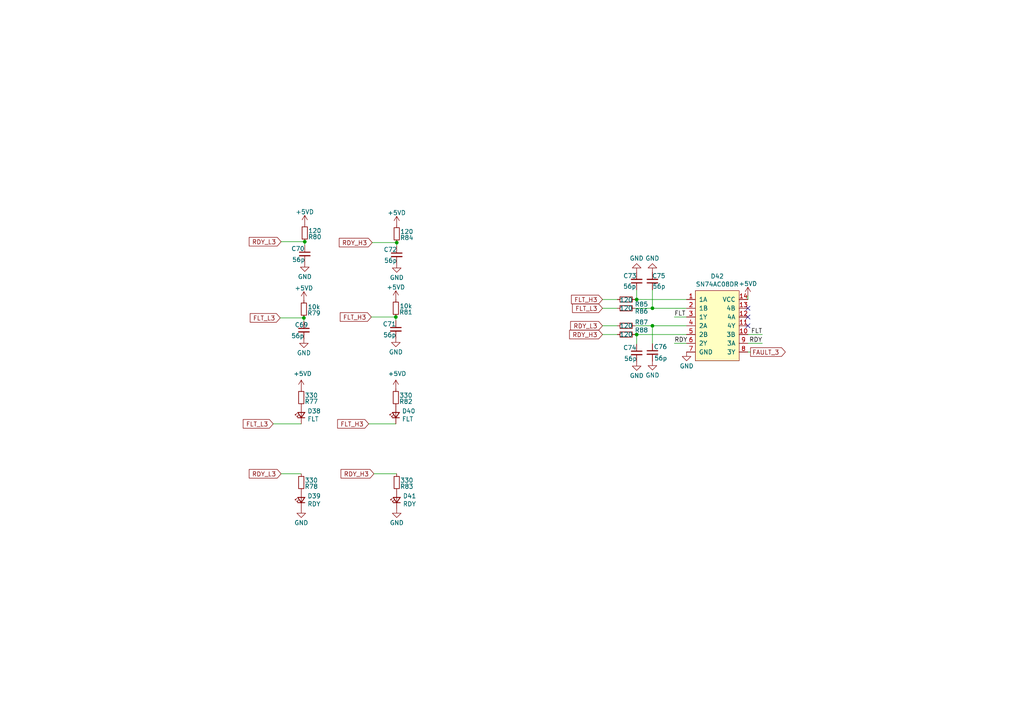
<source format=kicad_sch>
(kicad_sch (version 20211123) (generator eeschema)
  (paper "A4")
  (lib_symbols
    (symbol "Device:C_Small" (pin_numbers hide) (pin_names (offset 0.254) hide)
      (property "Reference" "C" (at 0.254 1.778 0))
      (property "Value" "C_Small" (at 0.254 -2.032 0))
      (symbol "C_Small_0_1"
        (polyline (pts (xy -1.524 -0.508) (xy 1.524 -0.508)) (stroke (width 0.3302)))
        (polyline (pts (xy -1.524 0.508) (xy 1.524 0.508)) (stroke (width 0.3048)))
      )
      (symbol "C_Small_1_1"
        (pin passive line (at 0 2.54 270) (length 2.032) (name "~") (number "1"))
        (pin passive line (at 0 -2.54 90) (length 2.032) (name "~") (number "2"))
      )
    )
    (symbol "Device:LED_Small" (pin_numbers hide) (pin_names (offset 0.254) hide)
      (property "Reference" "D" (at -1.27 3.175 0))
      (property "Value" "LED_Small" (at -4.445 -2.54 0))
      (symbol "LED_Small_0_1"
        (polyline (pts (xy -0.762 -1.016) (xy -0.762 1.016)) (stroke (width 0.254)))
        (polyline (pts (xy 1.016 0) (xy -0.762 0)))
        (polyline (pts (xy 0.762 -1.016) (xy -0.762 0) (xy 0.762 1.016) (xy 0.762 -1.016)) (stroke (width 0.254)))
        (polyline (pts (xy 0 0.762) (xy -0.508 1.27) (xy -0.254 1.27) (xy -0.508 1.27) (xy -0.508 1.016)))
        (polyline (pts (xy 0.508 1.27) (xy 0 1.778) (xy 0.254 1.778) (xy 0 1.778) (xy 0 1.524)))
      )
      (symbol "LED_Small_1_1"
        (pin passive line (at -2.54 0 0) (length 1.778) (name "K") (number "1"))
        (pin passive line (at 2.54 0 180) (length 1.778) (name "A") (number "2"))
      )
    )
    (symbol "Device:R_Small" (pin_numbers hide) (pin_names (offset 0.254) hide)
      (property "Reference" "R" (at 0.762 0.508 0))
      (property "Value" "R_Small" (at 0.762 -1.016 0))
      (symbol "R_Small_0_1"
        (rectangle (start -0.762 1.778) (end 0.762 -1.778) (stroke (width 0.2032)))
      )
      (symbol "R_Small_1_1"
        (pin passive line (at 0 2.54 270) (length 0.762) (name "~") (number "1"))
        (pin passive line (at 0 -2.54 90) (length 0.762) (name "~") (number "2"))
      )
    )
    (symbol "Logic:SN74AC08DR" (pin_names (offset 1.016))
      (property "Reference" "D" (at 0 0 0))
      (property "Value" "Logic_SN74AC08DR" (at 0 -2.54 0))
      (symbol "SN74AC08DR_0_1"
        (rectangle (start -6.35 -3.81) (end 6.35 -24.13) (fill (type background)))
      )
      (symbol "SN74AC08DR_1_1"
        (pin input line (at -8.89 -6.35 0) (length 2.54) (name "1A") (number "1"))
        (pin input line (at 8.89 -16.51 180) (length 2.54) (name "3B") (number "10"))
        (pin output line (at 8.89 -13.97 180) (length 2.54) (name "4Y") (number "11"))
        (pin input line (at 8.89 -11.43 180) (length 2.54) (name "4A") (number "12"))
        (pin input line (at 8.89 -8.89 180) (length 2.54) (name "4B") (number "13"))
        (pin input line (at 8.89 -6.35 180) (length 2.54) (name "VCC") (number "14"))
        (pin input line (at -8.89 -8.89 0) (length 2.54) (name "1B") (number "2"))
        (pin output line (at -8.89 -11.43 0) (length 2.54) (name "1Y") (number "3"))
        (pin input line (at -8.89 -13.97 0) (length 2.54) (name "2A") (number "4"))
        (pin input line (at -8.89 -16.51 0) (length 2.54) (name "2B") (number "5"))
        (pin output line (at -8.89 -19.05 0) (length 2.54) (name "2Y") (number "6"))
        (pin input line (at -8.89 -21.59 0) (length 2.54) (name "GND") (number "7"))
        (pin output line (at 8.89 -21.59 180) (length 2.54) (name "3Y") (number "8"))
        (pin input line (at 8.89 -19.05 180) (length 2.54) (name "3A") (number "9"))
      )
    )
    (symbol "power:+5VD" (power) (pin_names (offset 0))
      (property "Value" "+5VD" (at 0 3.556 0))
      (symbol "+5VD_0_1"
        (polyline (pts (xy -0.762 1.27) (xy 0 2.54)))
        (polyline (pts (xy 0 0) (xy 0 2.54)))
        (polyline (pts (xy 0 2.54) (xy 0.762 1.27)))
      )
      (symbol "+5VD_1_1"
        (pin power_in line (at 0 0 90) (length 0) hide (name "+5VD") (number "1"))
      )
    )
    (symbol "power:GND" (power) (pin_names (offset 0))
      (property "Value" "GND" (at 0 -3.81 0))
      (symbol "GND_0_1"
        (polyline (pts (xy 0 0) (xy 0 -1.27) (xy 1.27 -1.27) (xy 0 -2.54) (xy -1.27 -1.27) (xy 0 -1.27)))
      )
      (symbol "GND_1_1"
        (pin power_in line (at 0 0 270) (length 0) hide (name "GND") (number "1"))
      )
    )
  )
  (junction (at 184.658 86.868))
  (junction (at 88.392 70.104))
  (junction (at 114.808 91.948))
  (junction (at 184.658 97.028))
  (junction (at 189.23 89.408))
  (junction (at 115.062 70.358))
  (junction (at 189.23 94.488))
  (junction (at 88.138 92.202))
  (no_connect (at 216.916 91.948))
  (no_connect (at 216.916 94.488))
  (no_connect (at 216.916 89.408))
  (wire (pts (xy 88.138 93.218) (xy 88.138 92.202)))
  (wire (pts (xy 184.15 94.488) (xy 189.23 94.488)))
  (wire (pts (xy 184.15 97.028) (xy 184.658 97.028)))
  (wire (pts (xy 189.23 84.074) (xy 189.23 89.408)))
  (wire (pts (xy 216.916 102.108) (xy 217.678 102.108)))
  (wire (pts (xy 184.658 84.074) (xy 184.658 86.868)))
  (wire (pts (xy 107.95 70.358) (xy 115.062 70.358)))
  (wire (pts (xy 81.534 70.104) (xy 88.392 70.104)))
  (wire (pts (xy 221.107 99.568) (xy 216.916 99.568)))
  (wire (pts (xy 79.248 122.936) (xy 87.376 122.936)))
  (wire (pts (xy 184.15 89.408) (xy 189.23 89.408)))
  (wire (pts (xy 184.658 97.028) (xy 199.136 97.028)))
  (wire (pts (xy 195.58 91.948) (xy 199.136 91.948)))
  (wire (pts (xy 221.107 97.028) (xy 216.916 97.028)))
  (wire (pts (xy 114.808 92.964) (xy 114.808 91.948)))
  (wire (pts (xy 81.28 92.202) (xy 88.138 92.202)))
  (wire (pts (xy 184.658 99.822) (xy 184.658 97.028)))
  (wire (pts (xy 106.934 122.936) (xy 114.808 122.936)))
  (wire (pts (xy 174.752 89.408) (xy 179.07 89.408)))
  (wire (pts (xy 174.752 86.868) (xy 179.07 86.868)))
  (wire (pts (xy 107.696 91.948) (xy 114.808 91.948)))
  (wire (pts (xy 174.752 94.488) (xy 179.07 94.488)))
  (wire (pts (xy 189.23 94.488) (xy 199.136 94.488)))
  (wire (pts (xy 108.458 137.414) (xy 115.062 137.414)))
  (wire (pts (xy 189.23 89.408) (xy 199.136 89.408)))
  (wire (pts (xy 115.062 71.374) (xy 115.062 70.358)))
  (wire (pts (xy 184.15 86.868) (xy 184.658 86.868)))
  (wire (pts (xy 174.752 97.028) (xy 179.07 97.028)))
  (wire (pts (xy 216.916 86.868) (xy 216.916 85.852)))
  (wire (pts (xy 88.392 71.12) (xy 88.392 70.104)))
  (wire (pts (xy 184.658 86.868) (xy 199.136 86.868)))
  (wire (pts (xy 81.534 137.414) (xy 87.376 137.414)))
  (wire (pts (xy 195.58 99.568) (xy 199.136 99.568)))
  (wire (pts (xy 189.23 99.695) (xy 189.23 94.488)))
  (label "RDY" (at 221.107 99.568 180))
  (label "FLT" (at 195.58 91.948 0))
  (label "RDY" (at 195.58 99.568 0))
  (label "FLT" (at 221.107 97.028 180))
  (global_label "FLT_H3" (shape input) (at 174.752 86.868 180) (property "Intersheet References" "${INTERSHEET_REFS}" (effects hide)))
  (global_label "RDY_H3" (shape input) (at 107.95 70.358 180) (property "Intersheet References" "${INTERSHEET_REFS}" (effects hide)))
  (global_label "RDY_L3" (shape input) (at 174.752 94.488 180) (property "Intersheet References" "${INTERSHEET_REFS}" (effects hide)))
  (global_label "FLT_L3" (shape input) (at 81.28 92.202 180) (property "Intersheet References" "${INTERSHEET_REFS}" (effects hide)))
  (global_label "FLT_L3" (shape input) (at 174.752 89.408 180) (property "Intersheet References" "${INTERSHEET_REFS}" (effects hide)))
  (global_label "FLT_H3" (shape input) (at 107.696 91.948 180) (property "Intersheet References" "${INTERSHEET_REFS}" (effects hide)))
  (global_label "RDY_L3" (shape input) (at 81.534 137.414 180) (property "Intersheet References" "${INTERSHEET_REFS}" (effects hide)))
  (global_label "FAULT_3" (shape output) (at 217.678 102.108 0) (property "Intersheet References" "${INTERSHEET_REFS}" (effects hide)))
  (global_label "RDY_H3" (shape input) (at 174.752 97.028 180) (property "Intersheet References" "${INTERSHEET_REFS}" (effects hide)))
  (global_label "RDY_H3" (shape input) (at 108.458 137.414 180) (property "Intersheet References" "${INTERSHEET_REFS}" (effects hide)))
  (global_label "FLT_H3" (shape input) (at 106.934 122.936 180) (property "Intersheet References" "${INTERSHEET_REFS}" (effects hide)))
  (global_label "FLT_L3" (shape input) (at 79.248 122.936 180) (property "Intersheet References" "${INTERSHEET_REFS}" (effects hide)))
  (global_label "RDY_L3" (shape input) (at 81.534 70.104 180) (property "Intersheet References" "${INTERSHEET_REFS}" (effects hide)))
  (symbol (lib_id "power:+5VD") (at 216.916 85.852 0) (unit 1)
    (property "Reference" "#PWR0122" (effects hide))
    (property "Value" "+5VD" (at 216.916 82.296 0))
  )
  (symbol (lib_id "power:GND") (at 88.138 98.298 0) (unit 1)
    (property "Reference" "#PWR0196" (effects hide))
    (property "Value" "GND" (at 86.106 102.362 0) (effects (justify left)))
  )
  (symbol (lib_id "power:GND") (at 114.808 98.044 0) (unit 1)
    (property "Reference" "#PWR0198" (effects hide))
    (property "Value" "GND" (at 112.776 102.108 0) (effects (justify left)))
  )
  (symbol (lib_id "power:GND") (at 88.392 76.2 0) (unit 1)
    (property "Reference" "#PWR0197" (effects hide))
    (property "Value" "GND" (at 86.36 80.264 0) (effects (justify left)))
  )
  (symbol (lib_id "Device:C_Small") (at 115.062 73.914 0) (unit 1)
    (property "Reference" "C72" (at 111.252 72.39 0) (effects (justify left)))
    (property "Value" "56p" (at 111.379 75.565 0) (effects (justify left)))
    (property "Footprint" "Capacitor_SMD:C_0805_2012Metric_Pad1.18x1.45mm_HandSolder" (effects hide))
  )
  (symbol (lib_id "power:GND") (at 189.23 104.775 0) (unit 1)
    (property "Reference" "#PWR0193" (effects hide))
    (property "Value" "GND" (at 187.198 108.839 0) (effects (justify left)))
  )
  (symbol (lib_id "power:GND") (at 184.658 78.994 180) (unit 1)
    (property "Reference" "#PWR0189" (effects hide))
    (property "Value" "GND" (at 186.69 74.93 0) (effects (justify left)))
  )
  (symbol (lib_id "power:GND") (at 115.062 147.574 0) (unit 1)
    (property "Reference" "#PWR0191" (effects hide))
    (property "Value" "GND" (at 113.03 151.638 0) (effects (justify left)))
  )
  (symbol (lib_id "Device:R_Small") (at 181.61 89.408 270) (unit 1)
    (property "Reference" "R86" (at 186.055 90.297 90))
    (property "Value" "120" (at 181.61 89.408 90))
    (property "Footprint" "Resistor_SMD:R_0805_2012Metric_Pad1.20x1.40mm_HandSolder" (effects hide))
  )
  (symbol (lib_id "Device:C_Small") (at 88.138 95.758 0) (unit 1)
    (property "Reference" "C69" (at 85.471 94.234 0) (effects (justify left)))
    (property "Value" "56p" (at 84.455 97.409 0) (effects (justify left)))
    (property "Footprint" "Capacitor_SMD:C_0805_2012Metric_Pad1.18x1.45mm_HandSolder" (effects hide))
  )
  (symbol (lib_id "Device:C_Small") (at 184.658 102.362 0) (unit 1)
    (property "Reference" "C74" (at 180.721 100.838 0) (effects (justify left)))
    (property "Value" "56p" (at 180.975 104.013 0) (effects (justify left)))
    (property "Footprint" "Capacitor_SMD:C_0805_2012Metric_Pad1.18x1.45mm_HandSolder" (effects hide))
  )
  (symbol (lib_id "Device:R_Small") (at 115.062 67.818 180) (unit 1)
    (property "Reference" "R84" (at 117.983 68.961 0))
    (property "Value" "120" (at 117.983 67.183 0))
    (property "Footprint" "Resistor_SMD:R_0805_2012Metric_Pad1.20x1.40mm_HandSolder" (effects hide))
  )
  (symbol (lib_id "Device:R_Small") (at 88.392 67.564 180) (unit 1)
    (property "Reference" "R80" (at 91.313 68.707 0))
    (property "Value" "120" (at 91.313 66.929 0))
    (property "Footprint" "Resistor_SMD:R_0805_2012Metric_Pad1.20x1.40mm_HandSolder" (effects hide))
  )
  (symbol (lib_id "Device:C_Small") (at 184.658 81.534 180) (unit 1)
    (property "Reference" "C73" (at 184.658 80.01 0) (effects (justify left)))
    (property "Value" "56p" (at 184.531 83.058 0) (effects (justify left)))
    (property "Footprint" "Capacitor_SMD:C_0805_2012Metric_Pad1.18x1.45mm_HandSolder" (effects hide))
  )
  (symbol (lib_id "Device:R_Small") (at 114.808 115.316 180) (unit 1)
    (property "Reference" "R82" (at 117.729 116.459 0))
    (property "Value" "330" (at 117.729 114.681 0))
    (property "Footprint" "Resistor_SMD:R_0805_2012Metric_Pad1.20x1.40mm_HandSolder" (effects hide))
  )
  (symbol (lib_id "power:+5VD") (at 114.808 86.868 0) (unit 1)
    (property "Reference" "#PWR0111" (effects hide))
    (property "Value" "+5VD" (at 114.808 83.312 0))
  )
  (symbol (lib_id "Device:R_Small") (at 181.61 94.488 270) (unit 1)
    (property "Reference" "R87" (at 186.055 93.472 90))
    (property "Value" "120" (at 181.61 94.488 90))
    (property "Footprint" "Resistor_SMD:R_0805_2012Metric_Pad1.20x1.40mm_HandSolder" (effects hide))
  )
  (symbol (lib_id "Device:R_Small") (at 181.61 86.868 270) (unit 1)
    (property "Reference" "R85" (at 186.055 88.265 90))
    (property "Value" "120" (at 181.61 86.995 90))
    (property "Footprint" "Resistor_SMD:R_0805_2012Metric_Pad1.20x1.40mm_HandSolder" (effects hide))
  )
  (symbol (lib_id "Device:C_Small") (at 189.23 102.235 0) (unit 1)
    (property "Reference" "C76" (at 189.611 100.584 0) (effects (justify left)))
    (property "Value" "56p" (at 189.738 103.886 0) (effects (justify left)))
    (property "Footprint" "Capacitor_SMD:C_0805_2012Metric_Pad1.18x1.45mm_HandSolder" (effects hide))
  )
  (symbol (lib_id "power:+5VD") (at 114.808 112.776 0) (unit 1)
    (property "Reference" "#PWR0113" (effects hide))
    (property "Value" "+5VD" (at 115.189 108.3818 0))
  )
  (symbol (lib_id "Device:LED_Small") (at 114.808 120.396 90) (unit 1)
    (property "Reference" "D40" (at 116.586 119.2276 90) (effects (justify right)))
    (property "Value" "FLT" (at 116.586 121.539 90) (effects (justify right)))
    (property "Footprint" "LED_SMD:LED_0805_2012Metric_Pad1.15x1.40mm_HandSolder" (effects hide))
  )
  (symbol (lib_id "Device:R_Small") (at 181.61 97.028 270) (unit 1)
    (property "Reference" "R88" (at 186.055 95.758 90))
    (property "Value" "120" (at 181.61 97.028 90))
    (property "Footprint" "Resistor_SMD:R_0805_2012Metric_Pad1.20x1.40mm_HandSolder" (effects hide))
  )
  (symbol (lib_id "Device:LED_Small") (at 87.376 120.396 90) (unit 1)
    (property "Reference" "D38" (at 89.154 119.2276 90) (effects (justify right)))
    (property "Value" "FLT" (at 89.154 121.539 90) (effects (justify right)))
    (property "Footprint" "LED_SMD:LED_0805_2012Metric_Pad1.15x1.40mm_HandSolder" (effects hide))
  )
  (symbol (lib_id "Device:C_Small") (at 189.23 81.534 180) (unit 1)
    (property "Reference" "C75" (at 193.04 80.01 0) (effects (justify left)))
    (property "Value" "56p" (at 193.04 83.058 0) (effects (justify left)))
    (property "Footprint" "Capacitor_SMD:C_0805_2012Metric_Pad1.18x1.45mm_HandSolder" (effects hide))
  )
  (symbol (lib_id "power:GND") (at 87.376 147.574 0) (unit 1)
    (property "Reference" "#PWR0190" (effects hide))
    (property "Value" "GND" (at 85.344 151.638 0) (effects (justify left)))
  )
  (symbol (lib_id "power:GND") (at 115.062 76.454 0) (unit 1)
    (property "Reference" "#PWR0195" (effects hide))
    (property "Value" "GND" (at 113.03 80.518 0) (effects (justify left)))
  )
  (symbol (lib_id "Device:R_Small") (at 115.062 139.954 180) (unit 1)
    (property "Reference" "R83" (at 117.983 141.097 0))
    (property "Value" "330" (at 117.983 139.319 0))
    (property "Footprint" "Resistor_SMD:R_0805_2012Metric_Pad1.20x1.40mm_HandSolder" (effects hide))
  )
  (symbol (lib_id "Device:LED_Small") (at 115.062 145.034 90) (unit 1)
    (property "Reference" "D41" (at 116.84 143.8656 90) (effects (justify right)))
    (property "Value" "RDY" (at 116.84 146.177 90) (effects (justify right)))
    (property "Footprint" "LED_SMD:LED_0805_2012Metric_Pad1.15x1.40mm_HandSolder" (effects hide))
  )
  (symbol (lib_id "power:GND") (at 199.136 102.108 0) (unit 1)
    (property "Reference" "#PWR0192" (effects hide))
    (property "Value" "GND" (at 197.104 106.172 0) (effects (justify left)))
  )
  (symbol (lib_id "Device:C_Small") (at 88.392 73.66 0) (unit 1)
    (property "Reference" "C70" (at 84.455 72.136 0) (effects (justify left)))
    (property "Value" "56p" (at 84.709 75.311 0) (effects (justify left)))
    (property "Footprint" "Capacitor_SMD:C_0805_2012Metric_Pad1.18x1.45mm_HandSolder" (effects hide))
  )
  (symbol (lib_id "Device:R_Small") (at 88.138 89.662 180) (unit 1)
    (property "Reference" "R79" (at 91.059 90.805 0))
    (property "Value" "10k" (at 91.059 89.027 0))
    (property "Footprint" "Resistor_SMD:R_0805_2012Metric_Pad1.20x1.40mm_HandSolder" (effects hide))
  )
  (symbol (lib_id "Device:C_Small") (at 114.808 95.504 0) (unit 1)
    (property "Reference" "C71" (at 110.998 93.98 0) (effects (justify left)))
    (property "Value" "56p" (at 111.125 97.155 0) (effects (justify left)))
    (property "Footprint" "Capacitor_SMD:C_0805_2012Metric_Pad1.18x1.45mm_HandSolder" (effects hide))
  )
  (symbol (lib_id "Device:LED_Small") (at 87.376 145.034 90) (unit 1)
    (property "Reference" "D39" (at 89.154 143.8656 90) (effects (justify right)))
    (property "Value" "RDY" (at 89.154 146.177 90) (effects (justify right)))
    (property "Footprint" "LED_SMD:LED_0805_2012Metric_Pad1.15x1.40mm_HandSolder" (effects hide))
  )
  (symbol (lib_id "power:+5VD") (at 115.062 65.278 0) (unit 1)
    (property "Reference" "#PWR0115" (effects hide))
    (property "Value" "+5VD" (at 115.062 61.722 0))
  )
  (symbol (lib_id "Device:R_Small") (at 87.376 115.316 180) (unit 1)
    (property "Reference" "R77" (at 90.297 116.459 0))
    (property "Value" "330" (at 90.297 114.681 0))
    (property "Footprint" "Resistor_SMD:R_0805_2012Metric_Pad1.20x1.40mm_HandSolder" (effects hide))
  )
  (symbol (lib_id "power:+5VD") (at 88.392 65.024 0) (unit 1)
    (property "Reference" "#PWR0109" (effects hide))
    (property "Value" "+5VD" (at 88.392 61.468 0))
  )
  (symbol (lib_id "power:GND") (at 184.658 104.902 0) (unit 1)
    (property "Reference" "#PWR0194" (effects hide))
    (property "Value" "GND" (at 182.626 108.966 0) (effects (justify left)))
  )
  (symbol (lib_id "Logic:SN74AC08DR") (at 208.026 80.518 0) (unit 1)
    (property "Reference" "D42" (at 208.026 80.137 0))
    (property "Value" "SN74AC08DR" (at 208.026 82.4484 0))
    (property "Footprint" "Package_SO:SOIC-14_3.9x8.7mm_P1.27mm" (effects hide))
  )
  (symbol (lib_id "power:GND") (at 189.23 78.994 180) (unit 1)
    (property "Reference" "#PWR0188" (effects hide))
    (property "Value" "GND" (at 191.262 74.93 0) (effects (justify left)))
  )
  (symbol (lib_id "Device:R_Small") (at 114.808 89.408 180) (unit 1)
    (property "Reference" "R81" (at 117.729 90.551 0))
    (property "Value" "10k" (at 117.729 88.773 0))
    (property "Footprint" "Resistor_SMD:R_0805_2012Metric_Pad1.20x1.40mm_HandSolder" (effects hide))
  )
  (symbol (lib_id "power:+5VD") (at 87.376 112.776 0) (unit 1)
    (property "Reference" "#PWR0105" (effects hide))
    (property "Value" "+5VD" (at 87.757 108.3818 0))
  )
  (symbol (lib_id "Device:R_Small") (at 87.376 139.954 180) (unit 1)
    (property "Reference" "R78" (at 90.297 141.097 0))
    (property "Value" "330" (at 90.297 139.319 0))
    (property "Footprint" "Resistor_SMD:R_0805_2012Metric_Pad1.20x1.40mm_HandSolder" (effects hide))
  )
  (symbol (lib_id "power:+5VD") (at 88.138 87.122 0) (unit 1)
    (property "Reference" "#PWR0107" (effects hide))
    (property "Value" "+5VD" (at 88.138 83.566 0))
  )
)
</source>
